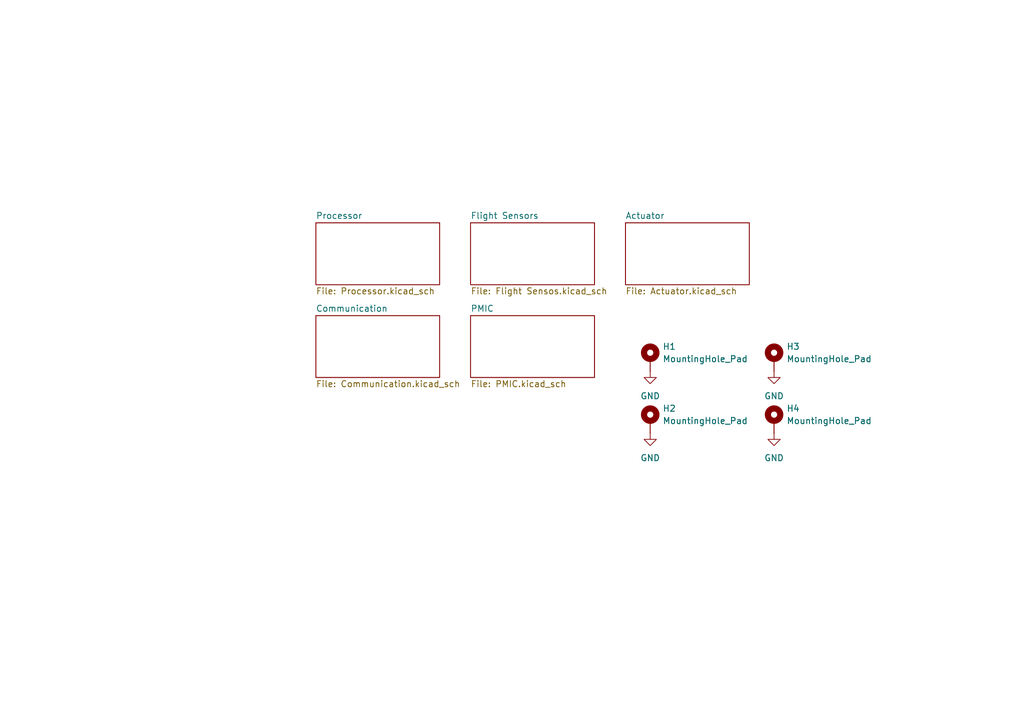
<source format=kicad_sch>
(kicad_sch (version 20250114) (generator "eeschema") (generator_version "9.0")
  (paper "A5")
  (title_block (title "Hyperion Flight-Computer") (date "2025-07-01~2025-07-07") (rev "1.0") (company "Robotics"))
  (lib_symbols
    (symbol "Mechanical:MountingHole_Pad" (pin_numbers (hide yes)) (pin_names (offset 1.016) (hide yes)) (exclude_from_sim yes) (in_bom no)
      (property "Reference" "H" (at 0 6.35 0))
      (property "Value" "MountingHole_Pad" (at 0 4.445 0))
      (symbol "MountingHole_Pad_0_1"
        (circle (center 0 1.27) (radius 1.27) (stroke (width 1.27)))
      )
      (symbol "MountingHole_Pad_1_1"
        (pin input line (at 0 -2.54 90) (length 2.54) (name "1") (number "1"))
      )
    )
    (symbol "power:GND" (power) (pin_numbers (hide yes)) (pin_names (offset 0) (hide yes))
      (property "Value" "GND" (at 0 -3.81 0))
      (symbol "GND_0_1"
        (polyline (pts (xy 0 0) (xy 0 -1.27) (xy 1.27 -1.27) (xy 0 -2.54) (xy -1.27 -1.27) (xy 0 -1.27)))
      )
      (symbol "GND_1_1"
        (pin power_in line (at 0 0 270) (length 0) (name "~") (number "1"))
      )
    )
  )
  (symbol (lib_id "Mechanical:MountingHole_Pad") (at 158.75 86.36 0) (unit 1) (exclude_from_sim yes) (in_bom no)
    (property "Reference" "H4" (at 161.29 83.8199 0) (effects (justify left)))
    (property "Value" "MountingHole_Pad" (at 161.29 86.3599 0) (effects (justify left)))
    (property "Footprint" "MountingHole:MountingHole_2.7mm_M2.5_Pad_Via" (effects (hide yes)))
    (property "Description" "Mounting Hole with connection" (effects (hide yes)))
  )
  (symbol (lib_id "power:GND") (at 158.75 76.2 0) (unit 1)
    (property "Reference" "#PWR03" (effects (hide yes)))
    (property "Value" "GND" (at 158.75 81.28 0))
    (property "Description" "Power symbol creates a global label with name \"GND\" , ground" (effects (hide yes)))
  )
  (symbol (lib_id "Mechanical:MountingHole_Pad") (at 158.75 73.66 0) (unit 1) (exclude_from_sim yes) (in_bom no)
    (property "Reference" "H3" (at 161.29 71.1199 0) (effects (justify left)))
    (property "Value" "MountingHole_Pad" (at 161.29 73.6599 0) (effects (justify left)))
    (property "Footprint" "MountingHole:MountingHole_2.7mm_M2.5_Pad_Via" (effects (hide yes)))
    (property "Description" "Mounting Hole with connection" (effects (hide yes)))
  )
  (symbol (lib_id "power:GND") (at 158.75 88.9 0) (unit 1)
    (property "Reference" "#PWR04" (effects (hide yes)))
    (property "Value" "GND" (at 158.75 93.98 0))
    (property "Description" "Power symbol creates a global label with name \"GND\" , ground" (effects (hide yes)))
  )
  (symbol (lib_id "power:GND") (at 133.35 88.9 0) (unit 1)
    (property "Reference" "#PWR02" (effects (hide yes)))
    (property "Value" "GND" (at 133.35 93.98 0))
    (property "Description" "Power symbol creates a global label with name \"GND\" , ground" (effects (hide yes)))
  )
  (symbol (lib_id "power:GND") (at 133.35 76.2 0) (unit 1)
    (property "Reference" "#PWR01" (effects (hide yes)))
    (property "Value" "GND" (at 133.35 81.28 0))
    (property "Description" "Power symbol creates a global label with name \"GND\" , ground" (effects (hide yes)))
  )
  (symbol (lib_id "Mechanical:MountingHole_Pad") (at 133.35 73.66 0) (unit 1) (exclude_from_sim yes) (in_bom no)
    (property "Reference" "H1" (at 135.89 71.1199 0) (effects (justify left)))
    (property "Value" "MountingHole_Pad" (at 135.89 73.6599 0) (effects (justify left)))
    (property "Footprint" "MountingHole:MountingHole_2.7mm_M2.5_Pad_Via" (effects (hide yes)))
    (property "Description" "Mounting Hole with connection" (effects (hide yes)))
  )
  (symbol (lib_id "Mechanical:MountingHole_Pad") (at 133.35 86.36 0) (unit 1) (exclude_from_sim yes) (in_bom no)
    (property "Reference" "H2" (at 135.89 83.8199 0) (effects (justify left)))
    (property "Value" "MountingHole_Pad" (at 135.89 86.3599 0) (effects (justify left)))
    (property "Footprint" "MountingHole:MountingHole_2.7mm_M2.5_Pad_Via" (effects (hide yes)))
    (property "Description" "Mounting Hole with connection" (effects (hide yes)))
  )
  (sheet (at 128.27 45.72) (size 25.4 12.7) (stroke (width 0.1524))
    (property "Sheetname" "Actuator" (at 128.27 45.0084 0) (effects (justify left bottom)))
    (property "Sheetfile" "Actuator.kicad_sch" (at 128.27 59.0046 0) (effects (justify left top)))
  )
  (sheet (at 96.52 64.77) (size 25.4 12.7) (stroke (width 0.1524))
    (property "Sheetname" "PMIC" (at 96.52 64.0584 0) (effects (justify left bottom)))
    (property "Sheetfile" "PMIC.kicad_sch" (at 96.52 78.0546 0) (effects (justify left top)))
  )
  (sheet (at 64.77 64.77) (size 25.4 12.7) (stroke (width 0.1524))
    (property "Sheetname" "Communication" (at 64.77 64.0584 0) (effects (justify left bottom)))
    (property "Sheetfile" "Communication.kicad_sch" (at 64.77 78.0546 0) (effects (justify left top)))
  )
  (sheet (at 96.52 45.72) (size 25.4 12.7) (stroke (width 0.1524))
    (property "Sheetname" "Flight Sensors" (at 96.52 45.0084 0) (effects (justify left bottom)))
    (property "Sheetfile" "Flight Sensos.kicad_sch" (at 96.52 59.0046 0) (effects (justify left top)))
  )
  (sheet (at 64.77 45.72) (size 25.4 12.7) (stroke (width 0.1524))
    (property "Sheetname" "Processor" (at 64.77 45.0084 0) (effects (justify left bottom)))
    (property "Sheetfile" "Processor.kicad_sch" (at 64.77 59.0046 0) (effects (justify left top)))
  )
)
</source>
